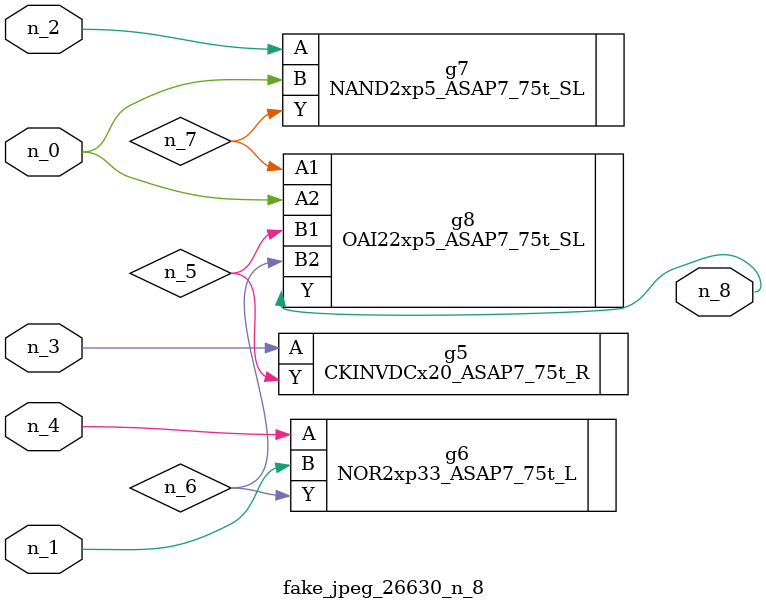
<source format=v>
module fake_jpeg_26630_n_8 (n_3, n_2, n_1, n_0, n_4, n_8);

input n_3;
input n_2;
input n_1;
input n_0;
input n_4;

output n_8;

wire n_6;
wire n_5;
wire n_7;

CKINVDCx20_ASAP7_75t_R g5 ( 
.A(n_3),
.Y(n_5)
);

NOR2xp33_ASAP7_75t_L g6 ( 
.A(n_4),
.B(n_1),
.Y(n_6)
);

NAND2xp5_ASAP7_75t_SL g7 ( 
.A(n_2),
.B(n_0),
.Y(n_7)
);

OAI22xp5_ASAP7_75t_SL g8 ( 
.A1(n_7),
.A2(n_0),
.B1(n_5),
.B2(n_6),
.Y(n_8)
);


endmodule
</source>
